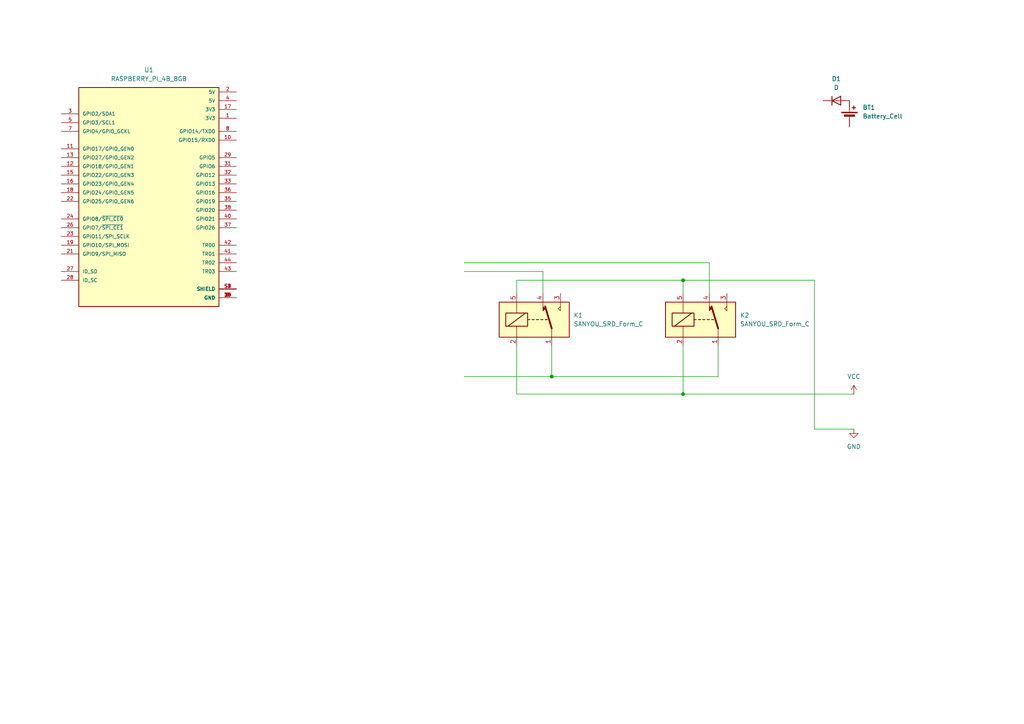
<source format=kicad_sch>
(kicad_sch (version 20231120) (generator "eeschema") (generator_version "8.0")
  (paper "A4")
  (lib_symbols
    (symbol "Device:Battery_Cell" (pin_numbers hide) (pin_names (offset 0) hide)
      (property "Reference" "BT" (at 2.54 2.54 0))
      (property "Value" "Battery_Cell" (at 2.54 0 0))
      (symbol "Battery_Cell_0_1"
        (rectangle (start -2.286 1.778) (end 2.286 1.524) (fill (type outline)))
        (rectangle (start -1.524 1.016) (end 1.524 0.508) (fill (type outline)))
        (polyline (pts (xy 0 0.762) (xy 0 0)))
        (polyline (pts (xy 0 1.778) (xy 0 2.54)))
        (polyline (pts (xy 0.762 3.048) (xy 1.778 3.048)) (stroke (width 0.254)))
        (polyline (pts (xy 1.27 3.556) (xy 1.27 2.54)) (stroke (width 0.254)))
      )
      (symbol "Battery_Cell_1_1"
        (pin passive line (at 0 5.08 270) (length 2.54) (name "+") (number "1"))
        (pin passive line (at 0 -2.54 90) (length 2.54) (name "-") (number "2"))
      )
    )
    (symbol "Device:D" (pin_numbers hide) (pin_names (offset 1.016) hide)
      (property "Reference" "D" (at 0 2.54 0))
      (property "Value" "D" (at 0 -2.54 0))
      (symbol "D_0_1"
        (polyline (pts (xy -1.27 1.27) (xy -1.27 -1.27)) (stroke (width 0.254)))
        (polyline (pts (xy 1.27 0) (xy -1.27 0)))
        (polyline (pts (xy 1.27 1.27) (xy 1.27 -1.27) (xy -1.27 0) (xy 1.27 1.27)) (stroke (width 0.254)))
      )
      (symbol "D_1_1"
        (pin passive line (at -3.81 0 0) (length 2.54) (name "K") (number "1"))
        (pin passive line (at 3.81 0 180) (length 2.54) (name "A") (number "2"))
      )
    )
    (symbol "RASPBERRY_PI_4B_4GB:RASPBERRY_PI_4B_8GB" (pin_names (offset 1.016))
      (property "Reference" "U" (at -20.32 33.528 0))
      (property "Value" "RASPBERRY_PI_4B_8GB" (at -20.32 -33.02 0))
      (symbol "RASPBERRY_PI_4B_8GB_0_0"
        (rectangle (start -20.32 -30.48) (end 20.32 33.02) (stroke (width 0.254)) (fill (type background)))
        (pin power_in line (at 25.4 24.13 180) (length 5.08) (name "3V3") (number "1"))
        (pin bidirectional line (at 25.4 17.78 180) (length 5.08) (name "GPIO15/RXD0") (number "10"))
        (pin bidirectional line (at -25.4 15.24 0) (length 5.08) (name "GPIO17/GPIO_GEN0") (number "11"))
        (pin bidirectional line (at -25.4 10.16 0) (length 5.08) (name "GPIO18/GPIO_GEN1") (number "12"))
        (pin bidirectional line (at -25.4 12.7 0) (length 5.08) (name "GPIO27/GPIO_GEN2") (number "13"))
        (pin power_in line (at 25.4 -27.94 180) (length 5.08) (name "GND") (number "14"))
        (pin bidirectional line (at -25.4 7.62 0) (length 5.08) (name "GPIO22/GPIO_GEN3") (number "15"))
        (pin bidirectional line (at -25.4 5.08 0) (length 5.08) (name "GPIO23/GPIO_GEN4") (number "16"))
        (pin power_in line (at 25.4 26.67 180) (length 5.08) (name "3V3") (number "17"))
        (pin bidirectional line (at -25.4 2.54 0) (length 5.08) (name "GPIO24/GPIO_GEN5") (number "18"))
        (pin bidirectional line (at -25.4 -12.7 0) (length 5.08) (name "GPIO10/SPI_MOSI") (number "19"))
        (pin power_in line (at 25.4 31.75 180) (length 5.08) (name "5V") (number "2"))
        (pin power_in line (at 25.4 -27.94 180) (length 5.08) (name "GND") (number "20"))
        (pin bidirectional line (at -25.4 -15.24 0) (length 5.08) (name "GPIO9/SPI_MISO") (number "21"))
        (pin bidirectional line (at -25.4 0 0) (length 5.08) (name "GPIO25/GPIO_GEN6") (number "22"))
        (pin bidirectional line (at -25.4 -10.16 0) (length 5.08) (name "GPIO11/SPI_SCLK") (number "23"))
        (pin bidirectional line (at -25.4 -5.08 0) (length 5.08) (name "GPIO8/~{SPI_CE0}") (number "24"))
        (pin power_in line (at 25.4 -27.94 180) (length 5.08) (name "GND") (number "25"))
        (pin bidirectional line (at -25.4 -7.62 0) (length 5.08) (name "GPIO7/~{SPI_CE1}") (number "26"))
        (pin bidirectional line (at -25.4 -20.32 0) (length 5.08) (name "ID_SD") (number "27"))
        (pin bidirectional line (at -25.4 -22.86 0) (length 5.08) (name "ID_SC") (number "28"))
        (pin bidirectional line (at 25.4 12.7 180) (length 5.08) (name "GPIO5") (number "29"))
        (pin bidirectional line (at -25.4 25.4 0) (length 5.08) (name "GPIO2/SDA1") (number "3"))
        (pin power_in line (at 25.4 -27.94 180) (length 5.08) (name "GND") (number "30"))
        (pin bidirectional line (at 25.4 10.16 180) (length 5.08) (name "GPIO6") (number "31"))
        (pin bidirectional line (at 25.4 7.62 180) (length 5.08) (name "GPIO12") (number "32"))
        (pin bidirectional line (at 25.4 5.08 180) (length 5.08) (name "GPIO13") (number "33"))
        (pin power_in line (at 25.4 -27.94 180) (length 5.08) (name "GND") (number "34"))
        (pin bidirectional line (at 25.4 0 180) (length 5.08) (name "GPIO19") (number "35"))
        (pin bidirectional line (at 25.4 2.54 180) (length 5.08) (name "GPIO16") (number "36"))
        (pin bidirectional line (at 25.4 -7.62 180) (length 5.08) (name "GPIO26") (number "37"))
        (pin bidirectional line (at 25.4 -2.54 180) (length 5.08) (name "GPIO20") (number "38"))
        (pin power_in line (at 25.4 -27.94 180) (length 5.08) (name "GND") (number "39"))
        (pin power_in line (at 25.4 29.21 180) (length 5.08) (name "5V") (number "4"))
        (pin bidirectional line (at 25.4 -5.08 180) (length 5.08) (name "GPIO21") (number "40"))
        (pin bidirectional line (at 25.4 -15.24 180) (length 5.08) (name "TR01") (number "41"))
        (pin bidirectional line (at 25.4 -12.7 180) (length 5.08) (name "TR00") (number "42"))
        (pin bidirectional line (at 25.4 -20.32 180) (length 5.08) (name "TR03") (number "43"))
        (pin bidirectional line (at 25.4 -17.78 180) (length 5.08) (name "TR02") (number "44"))
        (pin bidirectional line (at -25.4 22.86 0) (length 5.08) (name "GPIO3/SCL1") (number "5"))
        (pin power_in line (at 25.4 -27.94 180) (length 5.08) (name "GND") (number "6"))
        (pin bidirectional line (at -25.4 20.32 0) (length 5.08) (name "GPIO4/GPIO_GCKL") (number "7"))
        (pin bidirectional line (at 25.4 20.32 180) (length 5.08) (name "GPIO14/TXD0") (number "8"))
        (pin power_in line (at 25.4 -27.94 180) (length 5.08) (name "GND") (number "9"))
        (pin power_in line (at 25.4 -25.4 180) (length 5.08) (name "SHIELD") (number "S1"))
        (pin power_in line (at 25.4 -25.4 180) (length 5.08) (name "SHIELD") (number "S2"))
        (pin power_in line (at 25.4 -25.4 180) (length 5.08) (name "SHIELD") (number "S3"))
        (pin power_in line (at 25.4 -25.4 180) (length 5.08) (name "SHIELD") (number "S4"))
      )
    )
    (symbol "Relay:SANYOU_SRD_Form_C"
      (property "Reference" "K" (at 11.43 3.81 0))
      (property "Value" "SANYOU_SRD_Form_C" (at 11.43 1.27 0))
      (symbol "SANYOU_SRD_Form_C_0_0"
        (polyline (pts (xy 7.62 5.08) (xy 7.62 2.54) (xy 6.985 3.175) (xy 7.62 3.81)))
      )
      (symbol "SANYOU_SRD_Form_C_0_1"
        (rectangle (start -10.16 5.08) (end 10.16 -5.08) (stroke (width 0.254)) (fill (type background)))
        (rectangle (start -8.255 1.905) (end -1.905 -1.905) (stroke (width 0.254)))
        (polyline (pts (xy -7.62 -1.905) (xy -2.54 1.905)) (stroke (width 0.254)))
        (polyline (pts (xy -5.08 -5.08) (xy -5.08 -1.905)))
        (polyline (pts (xy -5.08 5.08) (xy -5.08 1.905)))
        (polyline (pts (xy -1.905 0) (xy -1.27 0)) (stroke (width 0.254)))
        (polyline (pts (xy -0.635 0) (xy 0 0)) (stroke (width 0.254)))
        (polyline (pts (xy 0.635 0) (xy 1.27 0)) (stroke (width 0.254)))
        (polyline (pts (xy 1.905 0) (xy 2.54 0)) (stroke (width 0.254)))
        (polyline (pts (xy 3.175 0) (xy 3.81 0)) (stroke (width 0.254)))
        (polyline (pts (xy 5.08 -2.54) (xy 3.175 3.81)) (stroke (width 0.508)))
        (polyline (pts (xy 5.08 -2.54) (xy 5.08 -5.08)))
      )
      (symbol "SANYOU_SRD_Form_C_1_1"
        (polyline (pts (xy 2.54 3.81) (xy 3.175 3.175) (xy 2.54 2.54) (xy 2.54 5.08)) (fill (type outline)))
        (pin passive line (at 5.08 -7.62 90) (length 2.54) (name "~") (number "1"))
        (pin passive line (at -5.08 -7.62 90) (length 2.54) (name "~") (number "2"))
        (pin passive line (at 7.62 7.62 270) (length 2.54) (name "~") (number "3"))
        (pin passive line (at 2.54 7.62 270) (length 2.54) (name "~") (number "4"))
        (pin passive line (at -5.08 7.62 270) (length 2.54) (name "~") (number "5"))
      )
    )
    (symbol "power:GND" (power) (pin_numbers hide) (pin_names (offset 0) hide)
      (property "Value" "GND" (at 0 -3.81 0))
      (symbol "GND_0_1"
        (polyline (pts (xy 0 0) (xy 0 -1.27) (xy 1.27 -1.27) (xy 0 -2.54) (xy -1.27 -1.27) (xy 0 -1.27)))
      )
      (symbol "GND_1_1"
        (pin power_in line (at 0 0 270) (length 0) (name "~") (number "1"))
      )
    )
    (symbol "power:VCC" (power) (pin_numbers hide) (pin_names (offset 0) hide)
      (property "Value" "VCC" (at 0 3.556 0))
      (symbol "VCC_0_1"
        (polyline (pts (xy -0.762 1.27) (xy 0 2.54)))
        (polyline (pts (xy 0 0) (xy 0 2.54)))
        (polyline (pts (xy 0 2.54) (xy 0.762 1.27)))
      )
      (symbol "VCC_1_1"
        (pin power_in line (at 0 0 90) (length 0) (name "~") (number "1"))
      )
    )
  )
  (junction (at 198.12 81.28))
  (junction (at 160.02 109.22))
  (junction (at 198.12 114.3))
  (wire (pts (xy 236.22 124.46) (xy 247.65 124.46)))
  (wire (pts (xy 160.02 100.33) (xy 160.02 109.22)))
  (wire (pts (xy 208.28 100.33) (xy 208.28 109.22)))
  (wire (pts (xy 149.86 81.28) (xy 198.12 81.28)))
  (wire (pts (xy 198.12 81.28) (xy 198.12 85.09)))
  (wire (pts (xy 134.62 76.2) (xy 205.74 76.2)))
  (wire (pts (xy 208.28 109.22) (xy 160.02 109.22)))
  (wire (pts (xy 134.62 109.22) (xy 160.02 109.22)))
  (wire (pts (xy 198.12 81.28) (xy 236.22 81.28)))
  (wire (pts (xy 236.22 81.28) (xy 236.22 124.46)))
  (wire (pts (xy 149.86 85.09) (xy 149.86 81.28)))
  (wire (pts (xy 205.74 85.09) (xy 205.74 76.2)))
  (wire (pts (xy 198.12 114.3) (xy 247.65 114.3)))
  (wire (pts (xy 198.12 100.33) (xy 198.12 114.3)))
  (wire (pts (xy 134.62 78.74) (xy 157.48 78.74)))
  (wire (pts (xy 149.86 114.3) (xy 198.12 114.3)))
  (wire (pts (xy 157.48 85.09) (xy 157.48 78.74)))
  (wire (pts (xy 149.86 100.33) (xy 149.86 114.3)))
  (symbol (lib_id "Relay:SANYOU_SRD_Form_C") (at 154.94 92.71 0) (unit 1)
    (property "Reference" "K1" (at 166.37 91.4399 0) (effects (justify left)))
    (property "Value" "SANYOU_SRD_Form_C" (at 166.37 93.9799 0) (effects (justify left)))
    (property "Footprint" "Relay_THT:Relay_SPDT_SANYOU_SRD_Series_Form_C" (effects (hide yes)))
    (property "Datasheet" "http://www.sanyourelay.ca/public/products/pdf/SRD.pdf" (effects (hide yes)))
    (property "Description" "Sanyo SRD relay, Single Pole Miniature Power Relay," (effects (hide yes)))
  )
  (symbol (lib_id "Device:D") (at 242.57 29.21 0) (unit 1)
    (property "Reference" "D1" (at 242.57 22.86 0))
    (property "Value" "D" (at 242.57 25.4 0))
    (property "Description" "Diode" (effects (hide yes)))
    (property "Sim.Device" "D" (effects (hide yes)))
    (property "Sim.Pins" "1=K 2=A" (effects (hide yes)))
  )
  (symbol (lib_id "Relay:SANYOU_SRD_Form_C") (at 203.2 92.71 0) (unit 1)
    (property "Reference" "K2" (at 214.63 91.4399 0) (effects (justify left)))
    (property "Value" "SANYOU_SRD_Form_C" (at 214.63 93.9799 0) (effects (justify left)))
    (property "Footprint" "Relay_THT:Relay_SPDT_SANYOU_SRD_Series_Form_C" (effects (hide yes)))
    (property "Datasheet" "http://www.sanyourelay.ca/public/products/pdf/SRD.pdf" (effects (hide yes)))
    (property "Description" "Sanyo SRD relay, Single Pole Miniature Power Relay," (effects (hide yes)))
  )
  (symbol (lib_id "power:GND") (at 247.65 124.46 0) (unit 1)
    (property "Reference" "#PWR02" (effects (hide yes)))
    (property "Value" "GND" (at 247.65 129.54 0))
    (property "Description" "Power symbol creates a global label with name \"GND\" , ground" (effects (hide yes)))
  )
  (symbol (lib_id "power:VCC") (at 247.65 114.3 0) (unit 1)
    (property "Reference" "#PWR01" (effects (hide yes)))
    (property "Value" "VCC" (at 247.65 109.22 0))
    (property "Description" "Power symbol creates a global label with name \"VCC\"" (effects (hide yes)))
  )
  (symbol (lib_id "Device:Battery_Cell") (at 246.38 34.29 0) (unit 1)
    (property "Reference" "BT1" (at 250.19 31.1784 0) (effects (justify left)))
    (property "Value" "Battery_Cell" (at 250.19 33.7184 0) (effects (justify left)))
    (property "Description" "Single-cell battery" (effects (hide yes)))
  )
  (symbol (lib_id "RASPBERRY_PI_4B_4GB:RASPBERRY_PI_4B_8GB") (at 43.18 58.42 0) (unit 1)
    (property "Reference" "U1" (at 43.18 20.32 0))
    (property "Value" "RASPBERRY_PI_4B_8GB" (at 43.18 22.86 0))
    (property "Footprint" "RASPBERRY_PI_4B_4GB:MODULE_RASPBERRY_PI_4B_4GB" (effects (hide yes)))
    (property "MF" "Raspberry Pi" (effects (hide yes)))
    (property "MAXIMUM_PACKAGE_HEIGHT" "16 mm" (effects (hide yes)))
    (property "Package" "None" (effects (hide yes)))
    (property "Price" "None" (effects (hide yes)))
    (property "Check_prices" "https://www.snapeda.com/parts/RASPBERRY%20PI%204B/4GB/Raspberry+Pi/view-part/?ref=eda" (effects (hide yes)))
    (property "STANDARD" "Manufacturer Recommendations" (effects (hide yes)))
    (property "PARTREV" "4" (effects (hide yes)))
    (property "SnapEDA_Link" "https://www.snapeda.com/parts/RASPBERRY%20PI%204B/4GB/Raspberry+Pi/view-part/?ref=snap" (effects (hide yes)))
    (property "MP" "RASPBERRY PI 4B/4GB" (effects (hide yes)))
    (property "Description_1" "\n                        \n                            BCM2711 Raspberry Pi 4 Model B 4GB - ARM® Cortex®-A72 MPU Embedded Evaluation Board\n                        \n" (effects (hide yes)))
    (property "MANUFACTURER" "Raspberry Pi" (effects (hide yes)))
    (property "Availability" "In Stock" (effects (hide yes)))
    (property "SNAPEDA_PN" "RASPBERRY PI 4B/4GB" (effects (hide yes)))
  )
)
</source>
